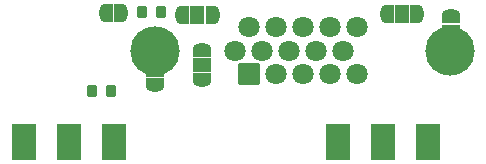
<source format=gbr>
G04 #@! TF.GenerationSoftware,KiCad,Pcbnew,(6.0.6-0)*
G04 #@! TF.CreationDate,2023-02-17T17:31:31-05:00*
G04 #@! TF.ProjectId,VGA2SCART,56474132-5343-4415-9254-2e6b69636164,1*
G04 #@! TF.SameCoordinates,Original*
G04 #@! TF.FileFunction,Soldermask,Bot*
G04 #@! TF.FilePolarity,Negative*
%FSLAX46Y46*%
G04 Gerber Fmt 4.6, Leading zero omitted, Abs format (unit mm)*
G04 Created by KiCad (PCBNEW (6.0.6-0)) date 2023-02-17 17:31:31*
%MOMM*%
%LPD*%
G01*
G04 APERTURE LIST*
G04 Aperture macros list*
%AMRoundRect*
0 Rectangle with rounded corners*
0 $1 Rounding radius*
0 $2 $3 $4 $5 $6 $7 $8 $9 X,Y pos of 4 corners*
0 Add a 4 corners polygon primitive as box body*
4,1,4,$2,$3,$4,$5,$6,$7,$8,$9,$2,$3,0*
0 Add four circle primitives for the rounded corners*
1,1,$1+$1,$2,$3*
1,1,$1+$1,$4,$5*
1,1,$1+$1,$6,$7*
1,1,$1+$1,$8,$9*
0 Add four rect primitives between the rounded corners*
20,1,$1+$1,$2,$3,$4,$5,0*
20,1,$1+$1,$4,$5,$6,$7,0*
20,1,$1+$1,$6,$7,$8,$9,0*
20,1,$1+$1,$8,$9,$2,$3,0*%
%AMFreePoly0*
4,1,37,0.535921,0.785921,0.550800,0.750000,0.550800,-0.750000,0.535921,-0.785921,0.500000,-0.800800,0.000000,-0.800800,-0.012526,-0.795612,-0.080872,-0.794359,-0.095090,-0.792057,-0.230405,-0.749782,-0.243405,-0.743581,-0.361415,-0.665026,-0.372153,-0.655426,-0.463373,-0.546907,-0.470984,-0.534678,-0.528079,-0.404919,-0.531952,-0.391047,-0.549535,-0.256587,-0.548147,-0.256405,-0.550800,-0.250000,
-0.550800,0.250000,-0.550314,0.251174,-0.550158,0.263925,-0.528347,0.404002,-0.524136,0.417775,-0.463888,0.546100,-0.455980,0.558139,-0.362136,0.664397,-0.351168,0.673732,-0.231273,0.749380,-0.218125,0.755261,-0.081818,0.794218,-0.067547,0.796173,-0.011991,0.795833,0.000000,0.800800,0.500000,0.800800,0.535921,0.785921,0.535921,0.785921,$1*%
%AMFreePoly1*
4,1,37,0.012350,0.795685,0.074215,0.795307,0.088460,0.793178,0.224281,0.752559,0.237356,0.746518,0.356318,0.669411,0.367173,0.659942,0.459711,0.552545,0.467470,0.540411,0.526147,0.411359,0.530190,0.397535,0.550287,0.257202,0.550800,0.250000,0.550800,-0.250000,0.550796,-0.250620,0.550647,-0.262836,0.549947,-0.270644,0.526427,-0.410445,0.522048,-0.424167,0.460236,-0.551746,
0.452182,-0.563686,0.357047,-0.668790,0.345965,-0.677991,0.225155,-0.752168,0.211936,-0.757888,0.075163,-0.795177,0.060870,-0.796957,0.011464,-0.796051,0.000000,-0.800800,-0.500000,-0.800800,-0.535921,-0.785921,-0.550800,-0.750000,-0.550800,0.750000,-0.535921,0.785921,-0.500000,0.800800,0.000000,0.800800,0.012350,0.795685,0.012350,0.795685,$1*%
%AMFreePoly2*
4,1,37,0.585921,0.785921,0.600800,0.750000,0.600800,-0.750000,0.585921,-0.785921,0.550000,-0.800800,0.000000,-0.800800,-0.012526,-0.795612,-0.080872,-0.794359,-0.095090,-0.792057,-0.230405,-0.749782,-0.243405,-0.743581,-0.361415,-0.665026,-0.372153,-0.655426,-0.463373,-0.546907,-0.470984,-0.534678,-0.528079,-0.404919,-0.531952,-0.391047,-0.549535,-0.256587,-0.548147,-0.256405,-0.550800,-0.250000,
-0.550800,0.250000,-0.550314,0.251174,-0.550158,0.263925,-0.528347,0.404002,-0.524136,0.417775,-0.463888,0.546100,-0.455980,0.558139,-0.362136,0.664397,-0.351168,0.673732,-0.231273,0.749380,-0.218125,0.755261,-0.081818,0.794218,-0.067547,0.796173,-0.011991,0.795833,0.000000,0.800800,0.550000,0.800800,0.585921,0.785921,0.585921,0.785921,$1*%
%AMFreePoly3*
4,1,37,0.012350,0.795685,0.074215,0.795307,0.088460,0.793178,0.224281,0.752559,0.237356,0.746518,0.356318,0.669411,0.367173,0.659942,0.459711,0.552545,0.467470,0.540411,0.526147,0.411359,0.530190,0.397535,0.550287,0.257202,0.550800,0.250000,0.550800,-0.250000,0.550796,-0.250620,0.550647,-0.262836,0.549947,-0.270644,0.526427,-0.410445,0.522048,-0.424167,0.460236,-0.551746,
0.452182,-0.563686,0.357047,-0.668790,0.345965,-0.677991,0.225155,-0.752168,0.211936,-0.757888,0.075163,-0.795177,0.060870,-0.796957,0.011464,-0.796051,0.000000,-0.800800,-0.550000,-0.800800,-0.585921,-0.785921,-0.600800,-0.750000,-0.600800,0.750000,-0.585921,0.785921,-0.550000,0.800800,0.000000,0.800800,0.012350,0.795685,0.012350,0.795685,$1*%
G04 Aperture macros list end*
%ADD10FreePoly0,0.000000*%
%ADD11FreePoly1,0.000000*%
%ADD12RoundRect,0.050800X-0.850000X-0.850000X0.850000X-0.850000X0.850000X0.850000X-0.850000X0.850000X0*%
%ADD13C,1.801600*%
%ADD14C,4.167600*%
%ADD15RoundRect,0.050800X-1.000000X-1.500000X1.000000X-1.500000X1.000000X1.500000X-1.000000X1.500000X0*%
%ADD16RoundRect,0.250800X-0.200000X-0.275000X0.200000X-0.275000X0.200000X0.275000X-0.200000X0.275000X0*%
%ADD17FreePoly2,0.000000*%
%ADD18RoundRect,0.050800X-0.500000X-0.750000X0.500000X-0.750000X0.500000X0.750000X-0.500000X0.750000X0*%
%ADD19FreePoly3,0.000000*%
%ADD20FreePoly2,270.000000*%
%ADD21RoundRect,0.050800X-0.750000X0.500000X-0.750000X-0.500000X0.750000X-0.500000X0.750000X0.500000X0*%
%ADD22FreePoly3,270.000000*%
%ADD23RoundRect,0.250800X0.200000X0.275000X-0.200000X0.275000X-0.200000X-0.275000X0.200000X-0.275000X0*%
%ADD24FreePoly0,270.000000*%
%ADD25FreePoly1,270.000000*%
%ADD26FreePoly0,90.000000*%
%ADD27FreePoly1,90.000000*%
G04 APERTURE END LIST*
D10*
X129480000Y-92130000D03*
D11*
X130780000Y-92130000D03*
D12*
X141585000Y-97310000D03*
D13*
X143875000Y-97310000D03*
X146165000Y-97310000D03*
X148455000Y-97310000D03*
X150745000Y-97310000D03*
X140440000Y-95330000D03*
X142730000Y-95330000D03*
X145020000Y-95330000D03*
X147310000Y-95330000D03*
X149600000Y-95330000D03*
X141585000Y-93350000D03*
X143875000Y-93350000D03*
X146165000Y-93350000D03*
X148455000Y-93350000D03*
X150745000Y-93350000D03*
D14*
X158660000Y-95330000D03*
X133670000Y-95330000D03*
D15*
X156761146Y-103033895D03*
X152961146Y-103033895D03*
X149161146Y-103033895D03*
X130161146Y-103033895D03*
X126361146Y-103033895D03*
X122561146Y-103033895D03*
D16*
X128300000Y-98750000D03*
X129950000Y-98750000D03*
D17*
X135940000Y-92270000D03*
D18*
X137240000Y-92270000D03*
D19*
X138540000Y-92270000D03*
D20*
X137600000Y-95230000D03*
D21*
X137600000Y-96530000D03*
D22*
X137600000Y-97830000D03*
D17*
X153260000Y-92210000D03*
D18*
X154560000Y-92210000D03*
D19*
X155860000Y-92210000D03*
D23*
X134185000Y-92080000D03*
X132535000Y-92080000D03*
D24*
X133675000Y-96950000D03*
D25*
X133675000Y-98250000D03*
D26*
X158675000Y-93725000D03*
D27*
X158675000Y-92425000D03*
M02*

</source>
